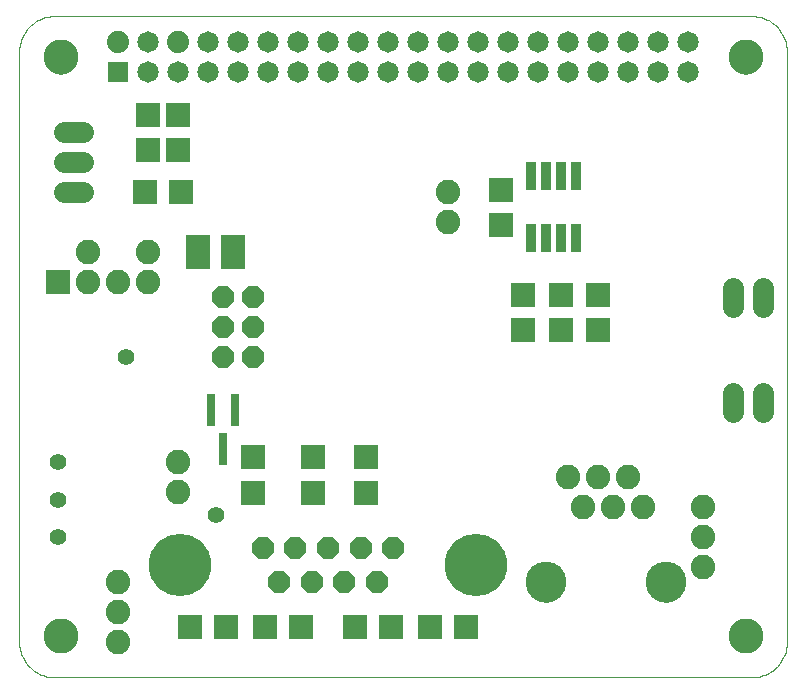
<source format=gbs>
G75*
G70*
%OFA0B0*%
%FSLAX24Y24*%
%IPPOS*%
%LPD*%
%AMOC8*
5,1,8,0,0,1.08239X$1,22.5*
%
%ADD10R,0.0790X0.0789*%
%ADD11C,0.0000*%
%ADD12C,0.1163*%
%ADD13R,0.0714X0.0714*%
%ADD14C,0.0740*%
%ADD15C,0.0714*%
%ADD16C,0.0714*%
%ADD17R,0.0789X0.0790*%
%ADD18OC8,0.0720*%
%ADD19R,0.0300X0.1100*%
%ADD20C,0.0820*%
%ADD21C,0.1360*%
%ADD22C,0.2080*%
%ADD23R,0.0820X0.0820*%
%ADD24R,0.0320X0.0950*%
%ADD25R,0.0789X0.1180*%
%ADD26C,0.0556*%
D10*
X010180Y008671D03*
X010180Y009851D03*
X012180Y009851D03*
X012180Y008671D03*
X013930Y008671D03*
X013930Y009851D03*
X019180Y014090D03*
X019180Y015270D03*
X020430Y015270D03*
X020430Y014090D03*
X021680Y014090D03*
X021680Y015270D03*
X018430Y017590D03*
X018430Y018770D03*
X007680Y020090D03*
X006680Y020090D03*
X006680Y021270D03*
X007680Y021270D03*
D11*
X003566Y002511D02*
X026794Y002511D01*
X026860Y002513D01*
X026926Y002518D01*
X026992Y002528D01*
X027057Y002541D01*
X027121Y002557D01*
X027184Y002577D01*
X027246Y002601D01*
X027306Y002628D01*
X027365Y002658D01*
X027422Y002692D01*
X027477Y002729D01*
X027530Y002769D01*
X027581Y002811D01*
X027629Y002857D01*
X027675Y002905D01*
X027717Y002956D01*
X027757Y003009D01*
X027794Y003064D01*
X027828Y003121D01*
X027858Y003180D01*
X027885Y003240D01*
X027909Y003302D01*
X027929Y003365D01*
X027945Y003429D01*
X027958Y003494D01*
X027968Y003560D01*
X027973Y003626D01*
X027975Y003692D01*
X027975Y023377D01*
X027973Y023443D01*
X027968Y023509D01*
X027958Y023575D01*
X027945Y023640D01*
X027929Y023704D01*
X027909Y023767D01*
X027885Y023829D01*
X027858Y023889D01*
X027828Y023948D01*
X027794Y024005D01*
X027757Y024060D01*
X027717Y024113D01*
X027675Y024164D01*
X027629Y024212D01*
X027581Y024258D01*
X027530Y024300D01*
X027477Y024340D01*
X027422Y024377D01*
X027365Y024411D01*
X027306Y024441D01*
X027246Y024468D01*
X027184Y024492D01*
X027121Y024512D01*
X027057Y024528D01*
X026992Y024541D01*
X026926Y024551D01*
X026860Y024556D01*
X026794Y024558D01*
X003566Y024558D01*
X003500Y024556D01*
X003434Y024551D01*
X003368Y024541D01*
X003303Y024528D01*
X003239Y024512D01*
X003176Y024492D01*
X003114Y024468D01*
X003054Y024441D01*
X002995Y024411D01*
X002938Y024377D01*
X002883Y024340D01*
X002830Y024300D01*
X002779Y024258D01*
X002731Y024212D01*
X002685Y024164D01*
X002643Y024113D01*
X002603Y024060D01*
X002566Y024005D01*
X002532Y023948D01*
X002502Y023889D01*
X002475Y023829D01*
X002451Y023767D01*
X002431Y023704D01*
X002415Y023640D01*
X002402Y023575D01*
X002392Y023509D01*
X002387Y023443D01*
X002385Y023377D01*
X002385Y003692D01*
X002387Y003626D01*
X002392Y003560D01*
X002402Y003494D01*
X002415Y003429D01*
X002431Y003365D01*
X002451Y003302D01*
X002475Y003240D01*
X002502Y003180D01*
X002532Y003121D01*
X002566Y003064D01*
X002603Y003009D01*
X002643Y002956D01*
X002685Y002905D01*
X002731Y002857D01*
X002779Y002811D01*
X002830Y002769D01*
X002883Y002729D01*
X002938Y002692D01*
X002995Y002658D01*
X003054Y002628D01*
X003114Y002601D01*
X003176Y002577D01*
X003239Y002557D01*
X003303Y002541D01*
X003368Y002528D01*
X003434Y002518D01*
X003500Y002513D01*
X003566Y002511D01*
X003222Y003889D02*
X003224Y003935D01*
X003230Y003980D01*
X003239Y004025D01*
X003253Y004069D01*
X003270Y004112D01*
X003291Y004153D01*
X003315Y004192D01*
X003342Y004229D01*
X003372Y004263D01*
X003406Y004295D01*
X003441Y004324D01*
X003479Y004350D01*
X003519Y004372D01*
X003561Y004391D01*
X003605Y004406D01*
X003649Y004418D01*
X003694Y004426D01*
X003740Y004430D01*
X003786Y004430D01*
X003832Y004426D01*
X003877Y004418D01*
X003921Y004406D01*
X003965Y004391D01*
X004007Y004372D01*
X004047Y004350D01*
X004085Y004324D01*
X004120Y004295D01*
X004154Y004263D01*
X004184Y004229D01*
X004211Y004192D01*
X004235Y004153D01*
X004256Y004112D01*
X004273Y004069D01*
X004287Y004025D01*
X004296Y003980D01*
X004302Y003935D01*
X004304Y003889D01*
X004302Y003843D01*
X004296Y003798D01*
X004287Y003753D01*
X004273Y003709D01*
X004256Y003666D01*
X004235Y003625D01*
X004211Y003586D01*
X004184Y003549D01*
X004154Y003515D01*
X004120Y003483D01*
X004085Y003454D01*
X004047Y003428D01*
X004007Y003406D01*
X003965Y003387D01*
X003921Y003372D01*
X003877Y003360D01*
X003832Y003352D01*
X003786Y003348D01*
X003740Y003348D01*
X003694Y003352D01*
X003649Y003360D01*
X003605Y003372D01*
X003561Y003387D01*
X003519Y003406D01*
X003479Y003428D01*
X003441Y003454D01*
X003406Y003483D01*
X003372Y003515D01*
X003342Y003549D01*
X003315Y003586D01*
X003291Y003625D01*
X003270Y003666D01*
X003253Y003709D01*
X003239Y003753D01*
X003230Y003798D01*
X003224Y003843D01*
X003222Y003889D01*
X019290Y005680D02*
X019292Y005730D01*
X019298Y005780D01*
X019308Y005829D01*
X019321Y005878D01*
X019339Y005925D01*
X019360Y005971D01*
X019384Y006014D01*
X019412Y006056D01*
X019443Y006096D01*
X019477Y006133D01*
X019514Y006167D01*
X019554Y006198D01*
X019596Y006226D01*
X019639Y006250D01*
X019685Y006271D01*
X019732Y006289D01*
X019781Y006302D01*
X019830Y006312D01*
X019880Y006318D01*
X019930Y006320D01*
X019980Y006318D01*
X020030Y006312D01*
X020079Y006302D01*
X020128Y006289D01*
X020175Y006271D01*
X020221Y006250D01*
X020264Y006226D01*
X020306Y006198D01*
X020346Y006167D01*
X020383Y006133D01*
X020417Y006096D01*
X020448Y006056D01*
X020476Y006014D01*
X020500Y005971D01*
X020521Y005925D01*
X020539Y005878D01*
X020552Y005829D01*
X020562Y005780D01*
X020568Y005730D01*
X020570Y005680D01*
X020568Y005630D01*
X020562Y005580D01*
X020552Y005531D01*
X020539Y005482D01*
X020521Y005435D01*
X020500Y005389D01*
X020476Y005346D01*
X020448Y005304D01*
X020417Y005264D01*
X020383Y005227D01*
X020346Y005193D01*
X020306Y005162D01*
X020264Y005134D01*
X020221Y005110D01*
X020175Y005089D01*
X020128Y005071D01*
X020079Y005058D01*
X020030Y005048D01*
X019980Y005042D01*
X019930Y005040D01*
X019880Y005042D01*
X019830Y005048D01*
X019781Y005058D01*
X019732Y005071D01*
X019685Y005089D01*
X019639Y005110D01*
X019596Y005134D01*
X019554Y005162D01*
X019514Y005193D01*
X019477Y005227D01*
X019443Y005264D01*
X019412Y005304D01*
X019384Y005346D01*
X019360Y005389D01*
X019339Y005435D01*
X019321Y005482D01*
X019308Y005531D01*
X019298Y005580D01*
X019292Y005630D01*
X019290Y005680D01*
X023290Y005680D02*
X023292Y005730D01*
X023298Y005780D01*
X023308Y005829D01*
X023321Y005878D01*
X023339Y005925D01*
X023360Y005971D01*
X023384Y006014D01*
X023412Y006056D01*
X023443Y006096D01*
X023477Y006133D01*
X023514Y006167D01*
X023554Y006198D01*
X023596Y006226D01*
X023639Y006250D01*
X023685Y006271D01*
X023732Y006289D01*
X023781Y006302D01*
X023830Y006312D01*
X023880Y006318D01*
X023930Y006320D01*
X023980Y006318D01*
X024030Y006312D01*
X024079Y006302D01*
X024128Y006289D01*
X024175Y006271D01*
X024221Y006250D01*
X024264Y006226D01*
X024306Y006198D01*
X024346Y006167D01*
X024383Y006133D01*
X024417Y006096D01*
X024448Y006056D01*
X024476Y006014D01*
X024500Y005971D01*
X024521Y005925D01*
X024539Y005878D01*
X024552Y005829D01*
X024562Y005780D01*
X024568Y005730D01*
X024570Y005680D01*
X024568Y005630D01*
X024562Y005580D01*
X024552Y005531D01*
X024539Y005482D01*
X024521Y005435D01*
X024500Y005389D01*
X024476Y005346D01*
X024448Y005304D01*
X024417Y005264D01*
X024383Y005227D01*
X024346Y005193D01*
X024306Y005162D01*
X024264Y005134D01*
X024221Y005110D01*
X024175Y005089D01*
X024128Y005071D01*
X024079Y005058D01*
X024030Y005048D01*
X023980Y005042D01*
X023930Y005040D01*
X023880Y005042D01*
X023830Y005048D01*
X023781Y005058D01*
X023732Y005071D01*
X023685Y005089D01*
X023639Y005110D01*
X023596Y005134D01*
X023554Y005162D01*
X023514Y005193D01*
X023477Y005227D01*
X023443Y005264D01*
X023412Y005304D01*
X023384Y005346D01*
X023360Y005389D01*
X023339Y005435D01*
X023321Y005482D01*
X023308Y005531D01*
X023298Y005580D01*
X023292Y005630D01*
X023290Y005680D01*
X026056Y003889D02*
X026058Y003935D01*
X026064Y003980D01*
X026073Y004025D01*
X026087Y004069D01*
X026104Y004112D01*
X026125Y004153D01*
X026149Y004192D01*
X026176Y004229D01*
X026206Y004263D01*
X026240Y004295D01*
X026275Y004324D01*
X026313Y004350D01*
X026353Y004372D01*
X026395Y004391D01*
X026439Y004406D01*
X026483Y004418D01*
X026528Y004426D01*
X026574Y004430D01*
X026620Y004430D01*
X026666Y004426D01*
X026711Y004418D01*
X026755Y004406D01*
X026799Y004391D01*
X026841Y004372D01*
X026881Y004350D01*
X026919Y004324D01*
X026954Y004295D01*
X026988Y004263D01*
X027018Y004229D01*
X027045Y004192D01*
X027069Y004153D01*
X027090Y004112D01*
X027107Y004069D01*
X027121Y004025D01*
X027130Y003980D01*
X027136Y003935D01*
X027138Y003889D01*
X027136Y003843D01*
X027130Y003798D01*
X027121Y003753D01*
X027107Y003709D01*
X027090Y003666D01*
X027069Y003625D01*
X027045Y003586D01*
X027018Y003549D01*
X026988Y003515D01*
X026954Y003483D01*
X026919Y003454D01*
X026881Y003428D01*
X026841Y003406D01*
X026799Y003387D01*
X026755Y003372D01*
X026711Y003360D01*
X026666Y003352D01*
X026620Y003348D01*
X026574Y003348D01*
X026528Y003352D01*
X026483Y003360D01*
X026439Y003372D01*
X026395Y003387D01*
X026353Y003406D01*
X026313Y003428D01*
X026275Y003454D01*
X026240Y003483D01*
X026206Y003515D01*
X026176Y003549D01*
X026149Y003586D01*
X026125Y003625D01*
X026104Y003666D01*
X026087Y003709D01*
X026073Y003753D01*
X026064Y003798D01*
X026058Y003843D01*
X026056Y003889D01*
X026056Y023180D02*
X026058Y023226D01*
X026064Y023271D01*
X026073Y023316D01*
X026087Y023360D01*
X026104Y023403D01*
X026125Y023444D01*
X026149Y023483D01*
X026176Y023520D01*
X026206Y023554D01*
X026240Y023586D01*
X026275Y023615D01*
X026313Y023641D01*
X026353Y023663D01*
X026395Y023682D01*
X026439Y023697D01*
X026483Y023709D01*
X026528Y023717D01*
X026574Y023721D01*
X026620Y023721D01*
X026666Y023717D01*
X026711Y023709D01*
X026755Y023697D01*
X026799Y023682D01*
X026841Y023663D01*
X026881Y023641D01*
X026919Y023615D01*
X026954Y023586D01*
X026988Y023554D01*
X027018Y023520D01*
X027045Y023483D01*
X027069Y023444D01*
X027090Y023403D01*
X027107Y023360D01*
X027121Y023316D01*
X027130Y023271D01*
X027136Y023226D01*
X027138Y023180D01*
X027136Y023134D01*
X027130Y023089D01*
X027121Y023044D01*
X027107Y023000D01*
X027090Y022957D01*
X027069Y022916D01*
X027045Y022877D01*
X027018Y022840D01*
X026988Y022806D01*
X026954Y022774D01*
X026919Y022745D01*
X026881Y022719D01*
X026841Y022697D01*
X026799Y022678D01*
X026755Y022663D01*
X026711Y022651D01*
X026666Y022643D01*
X026620Y022639D01*
X026574Y022639D01*
X026528Y022643D01*
X026483Y022651D01*
X026439Y022663D01*
X026395Y022678D01*
X026353Y022697D01*
X026313Y022719D01*
X026275Y022745D01*
X026240Y022774D01*
X026206Y022806D01*
X026176Y022840D01*
X026149Y022877D01*
X026125Y022916D01*
X026104Y022957D01*
X026087Y023000D01*
X026073Y023044D01*
X026064Y023089D01*
X026058Y023134D01*
X026056Y023180D01*
X003222Y023180D02*
X003224Y023226D01*
X003230Y023271D01*
X003239Y023316D01*
X003253Y023360D01*
X003270Y023403D01*
X003291Y023444D01*
X003315Y023483D01*
X003342Y023520D01*
X003372Y023554D01*
X003406Y023586D01*
X003441Y023615D01*
X003479Y023641D01*
X003519Y023663D01*
X003561Y023682D01*
X003605Y023697D01*
X003649Y023709D01*
X003694Y023717D01*
X003740Y023721D01*
X003786Y023721D01*
X003832Y023717D01*
X003877Y023709D01*
X003921Y023697D01*
X003965Y023682D01*
X004007Y023663D01*
X004047Y023641D01*
X004085Y023615D01*
X004120Y023586D01*
X004154Y023554D01*
X004184Y023520D01*
X004211Y023483D01*
X004235Y023444D01*
X004256Y023403D01*
X004273Y023360D01*
X004287Y023316D01*
X004296Y023271D01*
X004302Y023226D01*
X004304Y023180D01*
X004302Y023134D01*
X004296Y023089D01*
X004287Y023044D01*
X004273Y023000D01*
X004256Y022957D01*
X004235Y022916D01*
X004211Y022877D01*
X004184Y022840D01*
X004154Y022806D01*
X004120Y022774D01*
X004085Y022745D01*
X004047Y022719D01*
X004007Y022697D01*
X003965Y022678D01*
X003921Y022663D01*
X003877Y022651D01*
X003832Y022643D01*
X003786Y022639D01*
X003740Y022639D01*
X003694Y022643D01*
X003649Y022651D01*
X003605Y022663D01*
X003561Y022678D01*
X003519Y022697D01*
X003479Y022719D01*
X003441Y022745D01*
X003406Y022774D01*
X003372Y022806D01*
X003342Y022840D01*
X003315Y022877D01*
X003291Y022916D01*
X003270Y022957D01*
X003253Y023000D01*
X003239Y023044D01*
X003230Y023089D01*
X003224Y023134D01*
X003222Y023180D01*
D12*
X003763Y023180D03*
X003763Y003889D03*
X026597Y003889D03*
X026597Y023180D03*
D13*
X005680Y022680D03*
D14*
X005680Y023680D03*
X007680Y023680D03*
D15*
X007680Y022680D03*
X006680Y022680D03*
X006680Y023680D03*
X008680Y023680D03*
X008680Y022680D03*
X009680Y022680D03*
X009680Y023680D03*
X010680Y023680D03*
X010680Y022680D03*
X011680Y022680D03*
X011680Y023680D03*
X012680Y023680D03*
X012680Y022680D03*
X013680Y022680D03*
X013680Y023680D03*
X014680Y023680D03*
X014680Y022680D03*
X015680Y022680D03*
X015680Y023680D03*
X016680Y023680D03*
X016680Y022680D03*
X017680Y022680D03*
X017680Y023680D03*
X018680Y023680D03*
X018680Y022680D03*
X019680Y022680D03*
X019680Y023680D03*
X020680Y023680D03*
X020680Y022680D03*
X021680Y022680D03*
X021680Y023680D03*
X022680Y023680D03*
X022680Y022680D03*
X023680Y022680D03*
X023680Y023680D03*
X024680Y023680D03*
X024680Y022680D03*
D16*
X026180Y015497D02*
X026180Y014863D01*
X027180Y014863D02*
X027180Y015497D01*
X027180Y011997D02*
X027180Y011363D01*
X026180Y011363D02*
X026180Y011997D01*
X004497Y018680D02*
X003863Y018680D01*
X003863Y019680D02*
X004497Y019680D01*
X004497Y020680D02*
X003863Y020680D01*
D17*
X006590Y018680D03*
X007770Y018680D03*
X008090Y004180D03*
X009270Y004180D03*
X010590Y004180D03*
X011770Y004180D03*
X013590Y004180D03*
X014770Y004180D03*
X016090Y004180D03*
X017270Y004180D03*
D18*
X014316Y005702D03*
X013225Y005702D03*
X012135Y005702D03*
X011044Y005702D03*
X010499Y006820D03*
X011589Y006820D03*
X012680Y006820D03*
X013771Y006820D03*
X014861Y006820D03*
X010180Y013180D03*
X010180Y014180D03*
X009180Y014180D03*
X009180Y013180D03*
X009180Y015180D03*
X010180Y015180D03*
D19*
X009580Y011411D03*
X008780Y011411D03*
X009180Y010111D03*
D20*
X007680Y009680D03*
X007680Y008680D03*
X005680Y005680D03*
X005680Y004680D03*
X005680Y003680D03*
X005680Y015680D03*
X004680Y015680D03*
X004680Y016680D03*
X006680Y016680D03*
X006680Y015680D03*
X016680Y017680D03*
X016680Y018680D03*
X020680Y009180D03*
X021680Y009180D03*
X022680Y009180D03*
X022180Y008180D03*
X023180Y008180D03*
X025180Y008180D03*
X025180Y007180D03*
X025180Y006180D03*
X021180Y008180D03*
D21*
X019930Y005680D03*
X023930Y005680D03*
D22*
X017599Y006261D03*
X007761Y006261D03*
D23*
X003680Y015680D03*
D24*
X019430Y017150D03*
X019930Y017150D03*
X020430Y017150D03*
X020930Y017150D03*
X020930Y019210D03*
X020430Y019210D03*
X019930Y019210D03*
X019430Y019210D03*
D25*
X009520Y016680D03*
X008340Y016680D03*
D26*
X005930Y013180D03*
X003680Y009680D03*
X003680Y008430D03*
X003680Y007180D03*
X008930Y007930D03*
M02*

</source>
